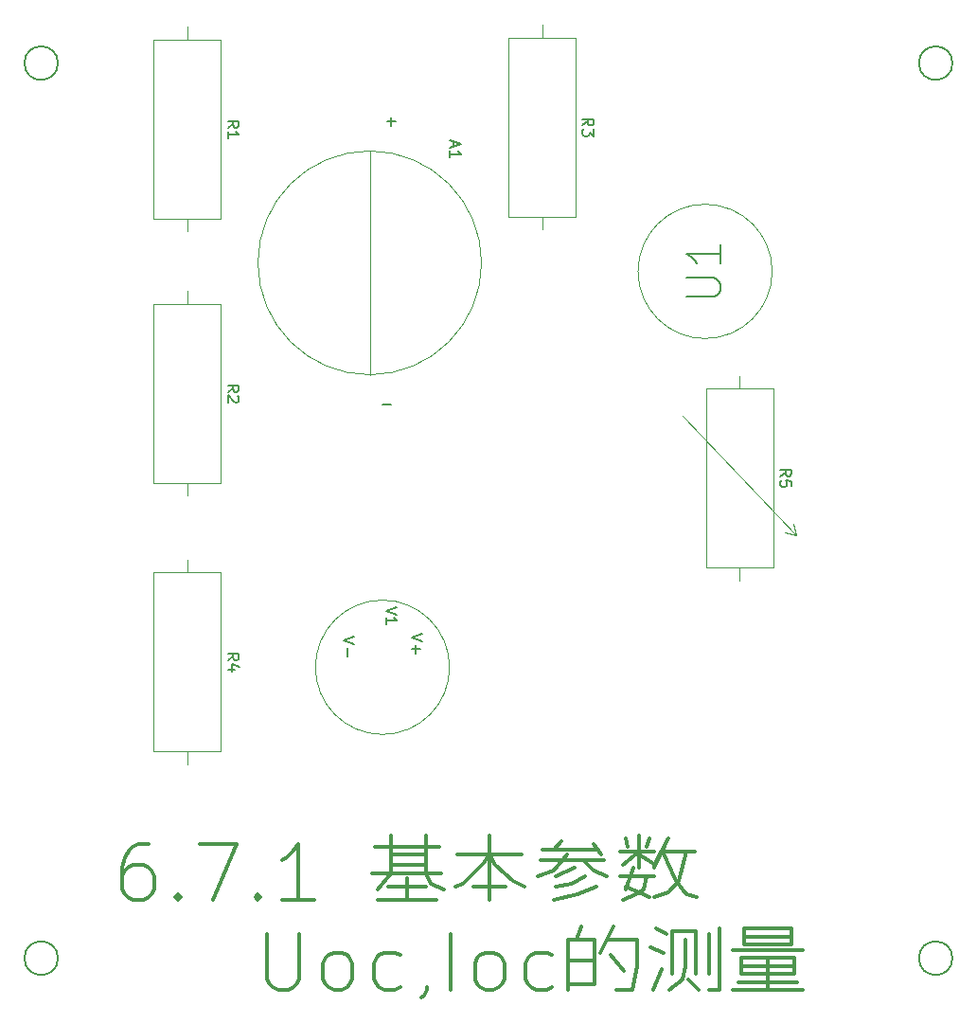
<source format=gbr>
%TF.GenerationSoftware,KiCad,Pcbnew,(6.0.7)*%
%TF.CreationDate,2022-09-05T15:14:58+08:00*%
%TF.ProjectId,6_7,365f372e-6b69-4636-9164-5f7063625858,rev?*%
%TF.SameCoordinates,Original*%
%TF.FileFunction,Legend,Top*%
%TF.FilePolarity,Positive*%
%FSLAX46Y46*%
G04 Gerber Fmt 4.6, Leading zero omitted, Abs format (unit mm)*
G04 Created by KiCad (PCBNEW (6.0.7)) date 2022-09-05 15:14:58*
%MOMM*%
%LPD*%
G01*
G04 APERTURE LIST*
%ADD10C,0.200000*%
%ADD11C,0.300000*%
%ADD12C,0.150000*%
%ADD13C,0.120000*%
G04 APERTURE END LIST*
D10*
X23500000Y-22000000D02*
G75*
G03*
X23500000Y-22000000I-1500000J0D01*
G01*
X23500000Y-102000000D02*
G75*
G03*
X23500000Y-102000000I-1500000J0D01*
G01*
X103500000Y-22000000D02*
G75*
G03*
X103500000Y-22000000I-1500000J0D01*
G01*
X103500000Y-102000000D02*
G75*
G03*
X103500000Y-102000000I-1500000J0D01*
G01*
D11*
X31625857Y-91788904D02*
X30673476Y-91788904D01*
X30197285Y-92027000D01*
X29959190Y-92265095D01*
X29483000Y-92979380D01*
X29244904Y-93931761D01*
X29244904Y-95836523D01*
X29483000Y-96312714D01*
X29721095Y-96550809D01*
X30197285Y-96788904D01*
X31149666Y-96788904D01*
X31625857Y-96550809D01*
X31863952Y-96312714D01*
X32102047Y-95836523D01*
X32102047Y-94646047D01*
X31863952Y-94169857D01*
X31625857Y-93931761D01*
X31149666Y-93693666D01*
X30197285Y-93693666D01*
X29721095Y-93931761D01*
X29483000Y-94169857D01*
X29244904Y-94646047D01*
X34244904Y-96312714D02*
X34483000Y-96550809D01*
X34244904Y-96788904D01*
X34006809Y-96550809D01*
X34244904Y-96312714D01*
X34244904Y-96788904D01*
X36149666Y-91788904D02*
X39483000Y-91788904D01*
X37340142Y-96788904D01*
X41387761Y-96312714D02*
X41625857Y-96550809D01*
X41387761Y-96788904D01*
X41149666Y-96550809D01*
X41387761Y-96312714D01*
X41387761Y-96788904D01*
X46387761Y-96788904D02*
X43530619Y-96788904D01*
X44959190Y-96788904D02*
X44959190Y-91788904D01*
X44483000Y-92503190D01*
X44006809Y-92979380D01*
X43530619Y-93217476D01*
X51863952Y-92027000D02*
X57578238Y-92027000D01*
X53292523Y-92741285D02*
X56387761Y-92741285D01*
X53292523Y-93693666D02*
X56387761Y-93693666D01*
X51625857Y-94407952D02*
X57816333Y-94407952D01*
X53054428Y-95598428D02*
X56387761Y-95598428D01*
X52102047Y-96788904D02*
X57340142Y-96788904D01*
X54721095Y-94884142D02*
X54721095Y-96788904D01*
X53292523Y-91074619D02*
X53292523Y-94407952D01*
X52102047Y-95836523D01*
X56387761Y-91074619D02*
X56387761Y-94407952D01*
X56863952Y-95360333D01*
X58054428Y-95836523D01*
X59244904Y-92741285D02*
X64959190Y-92741285D01*
X60673476Y-95598428D02*
X63530619Y-95598428D01*
X62102047Y-91074619D02*
X62102047Y-96788904D01*
X62102047Y-92741285D02*
X61625857Y-93455571D01*
X59721095Y-95360333D01*
X59006809Y-95598428D01*
X62102047Y-92741285D02*
X62578238Y-93693666D01*
X64244904Y-95122238D01*
X65197285Y-95598428D01*
X66863952Y-92265095D02*
X71863952Y-92265095D01*
X66625857Y-93217476D02*
X72340142Y-93217476D01*
X71387761Y-91788904D02*
X72102047Y-92741285D01*
X68530619Y-91550809D02*
X67816333Y-92265095D01*
X70435380Y-93217476D02*
X71387761Y-94169857D01*
X72578238Y-94646047D01*
X69006809Y-92741285D02*
X67816333Y-94169857D01*
X66387761Y-94646047D01*
X69721095Y-93931761D02*
X68054428Y-94646047D01*
X70673476Y-94646047D02*
X69483000Y-95360333D01*
X68054428Y-95598428D01*
X71625857Y-95598428D02*
X69959190Y-96312714D01*
X67816333Y-96788904D01*
X73768714Y-92503190D02*
X76863952Y-92503190D01*
X73768714Y-94646047D02*
X76863952Y-94646047D01*
X75435380Y-91074619D02*
X75435380Y-93931761D01*
X74244904Y-91312714D02*
X74483000Y-92027000D01*
X75435380Y-92503190D02*
X74006809Y-93693666D01*
X76387761Y-91312714D02*
X76149666Y-92027000D01*
X75435380Y-92741285D02*
X76625857Y-93455571D01*
X74244904Y-95598428D02*
X76387761Y-96550809D01*
X74959190Y-93931761D02*
X74244904Y-95836523D01*
X77816333Y-91788904D02*
X76863952Y-93931761D01*
X76149666Y-94646047D02*
X75911571Y-95836523D01*
X75197285Y-96312714D01*
X74006809Y-96788904D01*
X77578238Y-92503190D02*
X80435380Y-92503190D01*
X78054428Y-91312714D02*
X76863952Y-93693666D01*
X77578238Y-92503190D02*
X78768714Y-95122238D01*
X79721095Y-96312714D01*
X80673476Y-96550809D01*
X79721095Y-92503190D02*
X79006809Y-95122238D01*
X78054428Y-96074619D01*
X76863952Y-96550809D01*
X42221095Y-99838904D02*
X42221095Y-103886523D01*
X42459190Y-104362714D01*
X42697285Y-104600809D01*
X43173476Y-104838904D01*
X44125857Y-104838904D01*
X44602047Y-104600809D01*
X44840142Y-104362714D01*
X45078238Y-103886523D01*
X45078238Y-99838904D01*
X48173476Y-104838904D02*
X47697285Y-104600809D01*
X47459190Y-104362714D01*
X47221095Y-103886523D01*
X47221095Y-102457952D01*
X47459190Y-101981761D01*
X47697285Y-101743666D01*
X48173476Y-101505571D01*
X48887761Y-101505571D01*
X49363952Y-101743666D01*
X49602047Y-101981761D01*
X49840142Y-102457952D01*
X49840142Y-103886523D01*
X49602047Y-104362714D01*
X49363952Y-104600809D01*
X48887761Y-104838904D01*
X48173476Y-104838904D01*
X54125857Y-104600809D02*
X53649666Y-104838904D01*
X52697285Y-104838904D01*
X52221095Y-104600809D01*
X51983000Y-104362714D01*
X51744904Y-103886523D01*
X51744904Y-102457952D01*
X51983000Y-101981761D01*
X52221095Y-101743666D01*
X52697285Y-101505571D01*
X53649666Y-101505571D01*
X54125857Y-101743666D01*
X56506809Y-104600809D02*
X56506809Y-104838904D01*
X56268714Y-105315095D01*
X56030619Y-105553190D01*
X58649666Y-104838904D02*
X58649666Y-99838904D01*
X61744904Y-104838904D02*
X61268714Y-104600809D01*
X61030619Y-104362714D01*
X60792523Y-103886523D01*
X60792523Y-102457952D01*
X61030619Y-101981761D01*
X61268714Y-101743666D01*
X61744904Y-101505571D01*
X62459190Y-101505571D01*
X62935380Y-101743666D01*
X63173476Y-101981761D01*
X63411571Y-102457952D01*
X63411571Y-103886523D01*
X63173476Y-104362714D01*
X62935380Y-104600809D01*
X62459190Y-104838904D01*
X61744904Y-104838904D01*
X67697285Y-104600809D02*
X67221095Y-104838904D01*
X66268714Y-104838904D01*
X65792523Y-104600809D01*
X65554428Y-104362714D01*
X65316333Y-103886523D01*
X65316333Y-102457952D01*
X65554428Y-101981761D01*
X65792523Y-101743666D01*
X66268714Y-101505571D01*
X67221095Y-101505571D01*
X67697285Y-101743666D01*
X69125857Y-102219857D02*
X71506809Y-102219857D01*
X69125857Y-104362714D02*
X71506809Y-104362714D01*
X73411571Y-104838904D02*
X74840142Y-104838904D01*
X69125857Y-100315095D02*
X69125857Y-104838904D01*
X69125857Y-100315095D02*
X71506809Y-100315095D01*
X71506809Y-104362714D01*
X72935380Y-101743666D02*
X74125857Y-103172238D01*
X70316333Y-99124619D02*
X69840142Y-100315095D01*
X73173476Y-99124619D02*
X71983000Y-101505571D01*
X72697285Y-100315095D02*
X75316333Y-100315095D01*
X75316333Y-102696047D01*
X74840142Y-104838904D01*
X81744904Y-104838904D02*
X82697285Y-104838904D01*
X78411571Y-99600809D02*
X78411571Y-103410333D01*
X78411571Y-99600809D02*
X80554428Y-99600809D01*
X80554428Y-103410333D01*
X81744904Y-99838904D02*
X81744904Y-103410333D01*
X82697285Y-99362714D02*
X82697285Y-104838904D01*
X79840142Y-103886523D02*
X80792523Y-104838904D01*
X79363952Y-103886523D02*
X78173476Y-104838904D01*
X76983000Y-99362714D02*
X77935380Y-99838904D01*
X76506809Y-101029380D02*
X77697285Y-101505571D01*
X77459190Y-102934142D02*
X76744904Y-104838904D01*
X79602047Y-100315095D02*
X79602047Y-102696047D01*
X79363952Y-103886523D01*
X84840142Y-100077000D02*
X89125857Y-100077000D01*
X84840142Y-100791285D02*
X89125857Y-100791285D01*
X83887761Y-101267476D02*
X90078238Y-101267476D01*
X84602047Y-102696047D02*
X89363952Y-102696047D01*
X84602047Y-103410333D02*
X89363952Y-103410333D01*
X84363952Y-104124619D02*
X89602047Y-104124619D01*
X83887761Y-104838904D02*
X90078238Y-104838904D01*
X84602047Y-101981761D02*
X84602047Y-103410333D01*
X84840142Y-99362714D02*
X84840142Y-100791285D01*
X86982999Y-101981761D02*
X86982999Y-104838904D01*
X84840142Y-99362714D02*
X89125857Y-99362714D01*
X89125857Y-100791285D01*
X84602047Y-101981761D02*
X89363952Y-101981761D01*
X89363952Y-103410333D01*
D12*
%TO.C,R5*%
X88092019Y-58913733D02*
X88568209Y-58580400D01*
X88092019Y-58342304D02*
X89092019Y-58342304D01*
X89092019Y-58723257D01*
X89044400Y-58818495D01*
X88996780Y-58866114D01*
X88901542Y-58913733D01*
X88758685Y-58913733D01*
X88663447Y-58866114D01*
X88615828Y-58818495D01*
X88568209Y-58723257D01*
X88568209Y-58342304D01*
X89092019Y-59818495D02*
X89092019Y-59342304D01*
X88615828Y-59294685D01*
X88663447Y-59342304D01*
X88711066Y-59437542D01*
X88711066Y-59675638D01*
X88663447Y-59770876D01*
X88615828Y-59818495D01*
X88520590Y-59866114D01*
X88282495Y-59866114D01*
X88187257Y-59818495D01*
X88139638Y-59770876D01*
X88092019Y-59675638D01*
X88092019Y-59437542D01*
X88139638Y-59342304D01*
X88187257Y-59294685D01*
%TO.C,V1*%
X53836819Y-70615276D02*
X52836819Y-70948609D01*
X53836819Y-71281942D01*
X52836819Y-72139085D02*
X52836819Y-71567657D01*
X52836819Y-71853371D02*
X53836819Y-71853371D01*
X53693961Y-71758133D01*
X53598723Y-71662895D01*
X53551104Y-71567657D01*
X50026819Y-73266419D02*
X49026819Y-73599752D01*
X50026819Y-73933085D01*
X49407771Y-74266419D02*
X49407771Y-75028323D01*
X56122819Y-73012419D02*
X55122819Y-73345752D01*
X56122819Y-73679085D01*
X55503771Y-74012419D02*
X55503771Y-74774323D01*
X55122819Y-74393371D02*
X55884723Y-74393371D01*
%TO.C,R1*%
X38689019Y-27747933D02*
X39165209Y-27414600D01*
X38689019Y-27176504D02*
X39689019Y-27176504D01*
X39689019Y-27557457D01*
X39641400Y-27652695D01*
X39593780Y-27700314D01*
X39498542Y-27747933D01*
X39355685Y-27747933D01*
X39260447Y-27700314D01*
X39212828Y-27652695D01*
X39165209Y-27557457D01*
X39165209Y-27176504D01*
X38689019Y-28700314D02*
X38689019Y-28128885D01*
X38689019Y-28414600D02*
X39689019Y-28414600D01*
X39546161Y-28319361D01*
X39450923Y-28224123D01*
X39403304Y-28128885D01*
%TO.C,R4*%
X38689019Y-75347533D02*
X39165209Y-75014200D01*
X38689019Y-74776104D02*
X39689019Y-74776104D01*
X39689019Y-75157057D01*
X39641400Y-75252295D01*
X39593780Y-75299914D01*
X39498542Y-75347533D01*
X39355685Y-75347533D01*
X39260447Y-75299914D01*
X39212828Y-75252295D01*
X39165209Y-75157057D01*
X39165209Y-74776104D01*
X39355685Y-76204676D02*
X38689019Y-76204676D01*
X39736638Y-75966580D02*
X39022352Y-75728485D01*
X39022352Y-76347533D01*
%TO.C,R3*%
X70413619Y-27570133D02*
X70889809Y-27236800D01*
X70413619Y-26998704D02*
X71413619Y-26998704D01*
X71413619Y-27379657D01*
X71366000Y-27474895D01*
X71318380Y-27522514D01*
X71223142Y-27570133D01*
X71080285Y-27570133D01*
X70985047Y-27522514D01*
X70937428Y-27474895D01*
X70889809Y-27379657D01*
X70889809Y-26998704D01*
X71413619Y-27903466D02*
X71413619Y-28522514D01*
X71032666Y-28189180D01*
X71032666Y-28332038D01*
X70985047Y-28427276D01*
X70937428Y-28474895D01*
X70842190Y-28522514D01*
X70604095Y-28522514D01*
X70508857Y-28474895D01*
X70461238Y-28427276D01*
X70413619Y-28332038D01*
X70413619Y-28046323D01*
X70461238Y-27951085D01*
X70508857Y-27903466D01*
%TO.C,U1*%
X79738742Y-42900314D02*
X82167314Y-42900314D01*
X82453028Y-42757457D01*
X82595885Y-42614600D01*
X82738742Y-42328885D01*
X82738742Y-41757457D01*
X82595885Y-41471742D01*
X82453028Y-41328885D01*
X82167314Y-41186028D01*
X79738742Y-41186028D01*
X82738742Y-38186028D02*
X82738742Y-39900314D01*
X82738742Y-39043171D02*
X79738742Y-39043171D01*
X80167314Y-39328885D01*
X80453028Y-39614600D01*
X80595885Y-39900314D01*
%TO.C,A1*%
X58837533Y-28978314D02*
X58837533Y-29454504D01*
X58551819Y-28883076D02*
X59551819Y-29216409D01*
X58551819Y-29549742D01*
X58551819Y-30406885D02*
X58551819Y-29835457D01*
X58551819Y-30121171D02*
X59551819Y-30121171D01*
X59408961Y-30025933D01*
X59313723Y-29930695D01*
X59266104Y-29835457D01*
X53289152Y-52481171D02*
X52527247Y-52481171D01*
X53670152Y-27233571D02*
X52908247Y-27233571D01*
X53289200Y-26852619D02*
X53289200Y-27614523D01*
%TO.C,R2*%
X38689019Y-51369933D02*
X39165209Y-51036600D01*
X38689019Y-50798504D02*
X39689019Y-50798504D01*
X39689019Y-51179457D01*
X39641400Y-51274695D01*
X39593780Y-51322314D01*
X39498542Y-51369933D01*
X39355685Y-51369933D01*
X39260447Y-51322314D01*
X39212828Y-51274695D01*
X39165209Y-51179457D01*
X39165209Y-50798504D01*
X39593780Y-51750885D02*
X39641400Y-51798504D01*
X39689019Y-51893742D01*
X39689019Y-52131838D01*
X39641400Y-52227076D01*
X39593780Y-52274695D01*
X39498542Y-52322314D01*
X39403304Y-52322314D01*
X39260447Y-52274695D01*
X38689019Y-51703266D01*
X38689019Y-52322314D01*
D13*
%TO.C,R5*%
X89306400Y-63144400D02*
X89560400Y-64160400D01*
X84480400Y-51080400D02*
X84480400Y-49936400D01*
X89560400Y-64160400D02*
X79400400Y-53492400D01*
X84480400Y-67080400D02*
X84480400Y-68224400D01*
X89560400Y-64160400D02*
X88544400Y-63906400D01*
X87480400Y-51080400D02*
X81480400Y-51080400D01*
X81480400Y-51080400D02*
X81480400Y-67080400D01*
X81480400Y-67080400D02*
X87480400Y-67080400D01*
X87480400Y-67080400D02*
X87480400Y-51080400D01*
%TO.C,V1*%
X58527200Y-75996800D02*
G75*
G03*
X58527200Y-75996800I-6000000J0D01*
G01*
%TO.C,R1*%
X35077400Y-35914600D02*
X35077400Y-37058600D01*
X35077400Y-19914600D02*
X35077400Y-18770600D01*
X38077400Y-19914600D02*
X32077400Y-19914600D01*
X32077400Y-19914600D02*
X32077400Y-35914600D01*
X32077400Y-35914600D02*
X38077400Y-35914600D01*
X38077400Y-35914600D02*
X38077400Y-19914600D01*
%TO.C,R4*%
X35077400Y-83514200D02*
X35077400Y-84658200D01*
X35077400Y-67514200D02*
X35077400Y-66370200D01*
X38077400Y-67514200D02*
X32077400Y-67514200D01*
X32077400Y-67514200D02*
X32077400Y-83514200D01*
X32077400Y-83514200D02*
X38077400Y-83514200D01*
X38077400Y-83514200D02*
X38077400Y-67514200D01*
%TO.C,R3*%
X66802000Y-19736800D02*
X66802000Y-18592800D01*
X66802000Y-35736800D02*
X66802000Y-36880800D01*
X69802000Y-19736800D02*
X63802000Y-19736800D01*
X63802000Y-19736800D02*
X63802000Y-35736800D01*
X63802000Y-35736800D02*
X69802000Y-35736800D01*
X69802000Y-35736800D02*
X69802000Y-19736800D01*
%TO.C,U1*%
X87381600Y-40614600D02*
G75*
G03*
X87381600Y-40614600I-6000000J0D01*
G01*
%TO.C,A1*%
X51384200Y-29852600D02*
X51384200Y-49852600D01*
X61384200Y-39852600D02*
G75*
G03*
X61384200Y-39852600I-10000000J0D01*
G01*
%TO.C,R2*%
X35077400Y-43536600D02*
X35077400Y-42392600D01*
X35077400Y-59536600D02*
X35077400Y-60680600D01*
X38077400Y-43536600D02*
X32077400Y-43536600D01*
X32077400Y-43536600D02*
X32077400Y-59536600D01*
X32077400Y-59536600D02*
X38077400Y-59536600D01*
X38077400Y-59536600D02*
X38077400Y-43536600D01*
%TD*%
M02*

</source>
